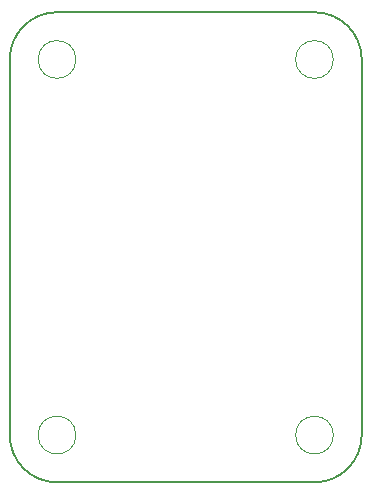
<source format=gm1>
%TF.GenerationSoftware,KiCad,Pcbnew,8.0.4*%
%TF.CreationDate,2024-08-01T01:15:24-04:00*%
%TF.ProjectId,555_toggle-switch_v2,3535355f-746f-4676-976c-652d73776974,rev?*%
%TF.SameCoordinates,Original*%
%TF.FileFunction,Profile,NP*%
%FSLAX46Y46*%
G04 Gerber Fmt 4.6, Leading zero omitted, Abs format (unit mm)*
G04 Created by KiCad (PCBNEW 8.0.4) date 2024-08-01 01:15:24*
%MOMM*%
%LPD*%
G01*
G04 APERTURE LIST*
%TA.AperFunction,Profile*%
%ADD10C,0.150000*%
%TD*%
%TA.AperFunction,Profile*%
%ADD11C,0.100000*%
%TD*%
G04 APERTURE END LIST*
D10*
X113600000Y-86400000D02*
X135400000Y-86400000D01*
X135400000Y-126200000D02*
X113600000Y-126200000D01*
X135400000Y-86400000D02*
G75*
G02*
X139400000Y-90400000I0J-4000000D01*
G01*
X113600000Y-126200000D02*
G75*
G02*
X109600000Y-122200000I0J4000000D01*
G01*
D11*
X115200000Y-122200000D02*
G75*
G02*
X112000000Y-122200000I-1600000J0D01*
G01*
X112000000Y-122200000D02*
G75*
G02*
X115200000Y-122200000I1600000J0D01*
G01*
D10*
X139400000Y-90400000D02*
X139400000Y-122200000D01*
X109600000Y-122200000D02*
X109600000Y-90400000D01*
D11*
X115200000Y-90400000D02*
G75*
G02*
X112000000Y-90400000I-1600000J0D01*
G01*
X112000000Y-90400000D02*
G75*
G02*
X115200000Y-90400000I1600000J0D01*
G01*
D10*
X139400000Y-122200000D02*
G75*
G02*
X135400000Y-126200000I-4000000J0D01*
G01*
D11*
X137000000Y-90400000D02*
G75*
G02*
X133800000Y-90400000I-1600000J0D01*
G01*
X133800000Y-90400000D02*
G75*
G02*
X137000000Y-90400000I1600000J0D01*
G01*
X137000000Y-122200000D02*
G75*
G02*
X133800000Y-122200000I-1600000J0D01*
G01*
X133800000Y-122200000D02*
G75*
G02*
X137000000Y-122200000I1600000J0D01*
G01*
D10*
X109600000Y-90400000D02*
G75*
G02*
X113600000Y-86400000I4000000J0D01*
G01*
M02*

</source>
